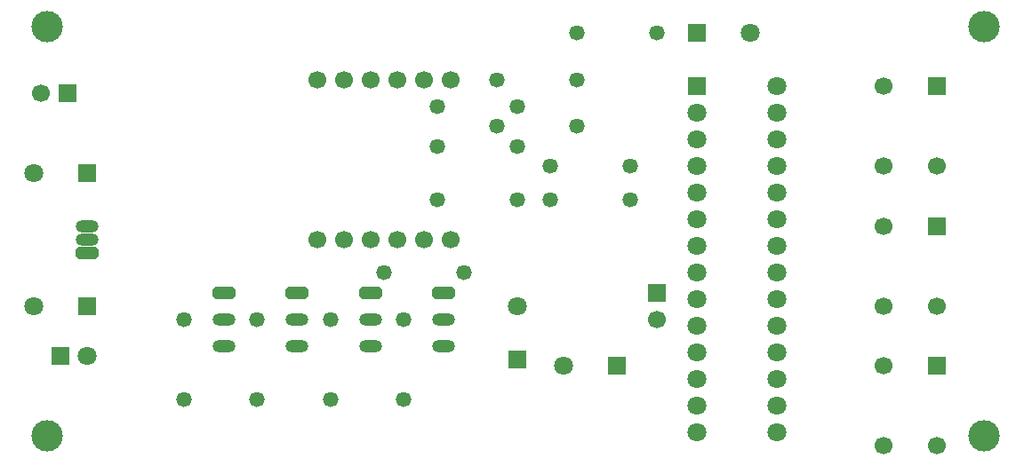
<source format=gbr>
G04 DipTrace 3.3.1.3*
G04 TopMask.gbr*
%MOIN*%
G04 #@! TF.FileFunction,Soldermask,Top*
G04 #@! TF.Part,Single*
%AMOUTLINE7*
4,1,8,
0.031158,-0.023622,
0.043307,-0.011473,
0.043307,0.011473,
0.031158,0.023622,
-0.031158,0.023622,
-0.043307,0.011473,
-0.043307,-0.011473,
-0.031158,-0.023622,
0.031158,-0.023622,
0*%
%AMOUTLINE10*
4,1,8,
-0.031158,0.023622,
-0.043307,0.011473,
-0.043307,-0.011473,
-0.031158,-0.023622,
0.031158,-0.023622,
0.043307,-0.011473,
0.043307,0.011473,
0.031158,0.023622,
-0.031158,0.023622,
0*%
%ADD24C,0.11811*%
%ADD30C,0.057874*%
%ADD32C,0.057874*%
%ADD34O,0.086614X0.047244*%
%ADD36C,0.066929*%
%ADD38R,0.066929X0.066929*%
%ADD40R,0.070866X0.070866*%
%ADD42C,0.070866*%
%ADD55OUTLINE7*%
%ADD58OUTLINE10*%
%FSLAX26Y26*%
G04*
G70*
G90*
G75*
G01*
G04 TopMask*
%LPD*%
D42*
X2368701Y1106201D3*
D40*
Y906201D3*
D42*
X2543701Y881201D3*
D40*
X2743701D3*
D42*
X556201Y1606201D3*
D40*
X756201D3*
D42*
X556201Y1106201D3*
D40*
X756201D3*
X656201Y918701D3*
D42*
X756201D3*
X3243701Y2131201D3*
D40*
X3043701D3*
D24*
X606201Y618701D3*
Y2156201D3*
X4118701Y618701D3*
Y2156201D3*
D38*
X681201Y1906201D3*
D36*
X581201D3*
X1618701Y1356201D3*
X1718701D3*
X1818701D3*
X1918701D3*
X2018701D3*
X1618701Y1956201D3*
X1718701D3*
X1818701D3*
X1918701D3*
X2018701D3*
X2118701Y1356201D3*
Y1956201D3*
D55*
X1818701Y1156201D3*
D34*
Y1056201D3*
Y956201D3*
D55*
X1543701Y1156201D3*
D34*
Y1056201D3*
Y956201D3*
D55*
X1268701Y1156201D3*
D34*
Y1056201D3*
Y956201D3*
D55*
X2093701Y1156201D3*
D34*
Y1056201D3*
Y956201D3*
D38*
X2893701Y1156201D3*
D36*
Y1056201D3*
D32*
X2293701Y1781201D3*
D30*
X2593701D3*
D32*
X2293701Y1956201D3*
D30*
X2593701D3*
D32*
X2493701Y1631201D3*
D30*
X2793701D3*
D32*
X2493701Y1506201D3*
D30*
X2793701D3*
D32*
X2068701Y1706201D3*
D30*
X2368701D3*
D32*
X2068701Y1856201D3*
D30*
X2368701D3*
D32*
X2068701Y1506201D3*
D30*
X2368701D3*
D32*
X1868701Y1231201D3*
D30*
X2168701D3*
D32*
X1668701Y756201D3*
D30*
Y1056201D3*
D32*
X1393701Y756201D3*
D30*
Y1056201D3*
D32*
X1118701Y756201D3*
D30*
Y1056201D3*
D32*
X1943701Y756201D3*
D30*
Y1056201D3*
D32*
X2893701Y2131201D3*
D30*
X2593701D3*
D38*
X3943701Y881201D3*
D36*
X3743701D3*
Y581201D3*
X3943701D3*
D38*
Y1406201D3*
D36*
X3743701D3*
Y1106201D3*
X3943701D3*
D38*
Y1931201D3*
D36*
X3743701D3*
Y1631201D3*
X3943701D3*
D40*
X3043701Y1931201D3*
D42*
Y1831201D3*
Y1731201D3*
Y1631201D3*
Y1531201D3*
Y1431201D3*
Y1331201D3*
Y1231201D3*
Y1131201D3*
Y1031201D3*
Y931201D3*
Y831201D3*
Y731201D3*
Y631201D3*
X3343701D3*
Y731201D3*
Y831201D3*
Y931201D3*
Y1031201D3*
Y1131201D3*
Y1231201D3*
Y1331201D3*
Y1431201D3*
Y1531201D3*
Y1631201D3*
Y1731201D3*
Y1831201D3*
Y1931201D3*
D58*
X756201Y1306201D3*
D34*
Y1356201D3*
Y1406201D3*
M02*

</source>
